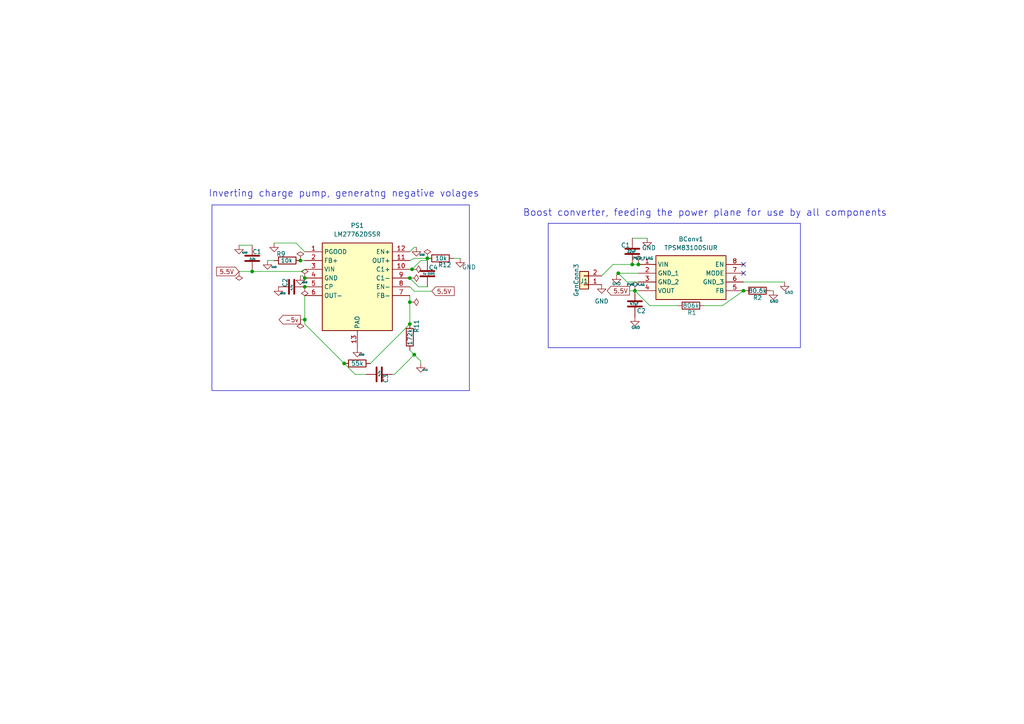
<source format=kicad_sch>
(kicad_sch (version 20230121) (generator eeschema)
  (paper "A4")
  (lib_symbols
    (symbol "21xt_symbols:TPSM83100SIUR"
      (property "Reference" "PS" (at 26.67 7.62 0))
      (property "Value" "TPSM83100SIUR" (at 26.67 5.08 0))
      (symbol "TPSM83100SIUR_1_1"
        (rectangle (start 5.08 2.54) (end 25.4 -10.16) (stroke (width 0.254)) (fill (type background)))
        (pin passive line (at 0 0 0) (length 5.08) (name "VIN") (number "1"))
        (pin passive line (at 0 -2.54 0) (length 5.08) (name "GND_1") (number "2"))
        (pin passive line (at 0 -5.08 0) (length 5.08) (name "GND_2") (number "3"))
        (pin passive line (at 0 -7.62 0) (length 5.08) (name "VOUT") (number "4"))
        (pin passive line (at 30.48 -7.62 180) (length 5.08) (name "FB") (number "5"))
        (pin passive line (at 30.48 -5.08 180) (length 5.08) (name "GND_3") (number "6"))
        (pin passive line (at 30.48 -2.54 180) (length 5.08) (name "MODE") (number "7"))
        (pin passive line (at 30.48 0 180) (length 5.08) (name "EN") (number "8"))
      )
    )
    (symbol "Connector_Generic:Conn_01x02" (pin_names (offset 1.016) hide)
      (property "Reference" "J" (at 0 2.54 0))
      (property "Value" "Conn_01x02" (at 0 -5.08 0))
      (symbol "Conn_01x02_1_1"
        (rectangle (start -1.27 -2.413) (end 0 -2.667) (stroke (width 0.1524)))
        (rectangle (start -1.27 0.127) (end 0 -0.127) (stroke (width 0.1524)))
        (rectangle (start -1.27 1.27) (end 1.27 -3.81) (stroke (width 0.254)) (fill (type background)))
        (pin passive line (at -5.08 0 0) (length 3.81) (name "Pin_1") (number "1"))
        (pin passive line (at -5.08 -2.54 0) (length 3.81) (name "Pin_2") (number "2"))
      )
    )
    (symbol "Device:C" (pin_numbers hide) (pin_names (offset 0.254))
      (property "Reference" "C" (at 0.635 2.54 0))
      (property "Value" "C" (at 0.635 -2.54 0))
      (symbol "C_0_1"
        (polyline (pts (xy -2.032 -0.762) (xy 2.032 -0.762)) (stroke (width 0.508)))
        (polyline (pts (xy -2.032 0.762) (xy 2.032 0.762)) (stroke (width 0.508)))
      )
      (symbol "C_1_1"
        (pin passive line (at 0 3.81 270) (length 2.794) (name "~") (number "1"))
        (pin passive line (at 0 -3.81 90) (length 2.794) (name "~") (number "2"))
      )
    )
    (symbol "Device:R" (pin_numbers hide) (pin_names (offset 0))
      (property "Reference" "R" (at 2.032 0 90))
      (property "Value" "R" (at 0 0 90))
      (symbol "R_0_1"
        (rectangle (start -1.016 -2.54) (end 1.016 2.54) (stroke (width 0.254)))
      )
      (symbol "R_1_1"
        (pin passive line (at 0 3.81 270) (length 1.27) (name "~") (number "1"))
        (pin passive line (at 0 -3.81 90) (length 1.27) (name "~") (number "2"))
      )
    )
    (symbol "LM27762DSSR:LM27762DSSR"
      (property "Reference" "PS" (at 26.67 7.62 0))
      (property "Value" "LM27762DSSR" (at 26.67 5.08 0))
      (symbol "LM27762DSSR_1_1"
        (rectangle (start 5.08 2.54) (end 25.4 -22.86) (stroke (width 0.254)) (fill (type background)))
        (pin output line (at 0 0 0) (length 5.08) (name "PGOOD") (number "1"))
        (pin power_in line (at 30.48 -5.08 180) (length 5.08) (name "C1+") (number "10"))
        (pin power_in line (at 30.48 -2.54 180) (length 5.08) (name "OUT+") (number "11"))
        (pin input line (at 30.48 0 180) (length 5.08) (name "EN+") (number "12"))
        (pin power_in line (at 15.24 -27.94 90) (length 5.08) (name "PAD") (number "13"))
        (pin power_in line (at 0 -2.54 0) (length 5.08) (name "FB+") (number "2"))
        (pin power_in line (at 0 -5.08 0) (length 5.08) (name "VIN") (number "3"))
        (pin power_in line (at 0 -7.62 0) (length 5.08) (name "GND") (number "4"))
        (pin power_in line (at 0 -10.16 0) (length 5.08) (name "CP") (number "5"))
        (pin power_in line (at 0 -12.7 0) (length 5.08) (name "OUT-") (number "6"))
        (pin power_in line (at 30.48 -12.7 180) (length 5.08) (name "FB-") (number "7"))
        (pin input line (at 30.48 -10.16 180) (length 5.08) (name "EN-") (number "8"))
        (pin power_in line (at 30.48 -7.62 180) (length 5.08) (name "C1-") (number "9"))
      )
    )
    (symbol "power:GND" (power) (pin_names (offset 0))
      (property "Value" "GND" (at 0 -3.81 0))
      (symbol "GND_0_1"
        (polyline (pts (xy 0 0) (xy 0 -1.27) (xy 1.27 -1.27) (xy 0 -2.54) (xy -1.27 -1.27) (xy 0 -1.27)))
      )
      (symbol "GND_1_1"
        (pin power_in line (at 0 0 270) (length 0) hide (name "GND") (number "1"))
      )
    )
    (symbol "power:PWR_FLAG" (power) (pin_numbers hide) (pin_names (offset 0) hide)
      (property "Value" "PWR_FLAG" (at 0 3.81 0))
      (symbol "PWR_FLAG_0_0"
        (pin power_out line (at 0 0 90) (length 0) (name "pwr") (number "1"))
      )
      (symbol "PWR_FLAG_0_1"
        (polyline (pts (xy 0 0) (xy 0 1.27) (xy -1.016 1.905) (xy 0 2.54) (xy 1.016 1.905) (xy 0 1.27)))
      )
    )
  )
  (junction (at 99.822 105.41))
  (junction (at 118.872 93.98))
  (junction (at 88.392 92.71))
  (junction (at 183.388 76.708))
  (junction (at 118.872 87.63))
  (junction (at 119.507 78.105))
  (junction (at 118.872 80.645))
  (junction (at 215.646 84.328))
  (junction (at 88.392 80.645))
  (junction (at 185.166 76.708))
  (junction (at 179.324 79.248))
  (junction (at 73.152 78.74))
  (junction (at 87.122 75.565))
  (junction (at 88.392 83.185))
  (junction (at 123.952 74.93))
  (junction (at 120.142 102.87))
  (junction (at 184.15 84.328))
  (no_connect (at 215.646 76.708))
  (no_connect (at 215.646 79.248))
  (wire (pts (xy 131.572 74.93) (xy 133.477 74.93)))
  (wire (pts (xy 88.392 92.71) (xy 88.392 93.98)))
  (wire (pts (xy 187.706 69.088) (xy 183.388 69.088)))
  (wire (pts (xy 123.952 75.565) (xy 122.047 75.565)))
  (wire (pts (xy 204.216 88.646) (xy 209.55 88.646)))
  (wire (pts (xy 88.392 85.725) (xy 88.392 92.71)))
  (wire (pts (xy 120.142 102.87) (xy 118.872 101.6)))
  (wire (pts (xy 106.172 108.585) (xy 102.997 108.585)))
  (wire (pts (xy 179.324 79.248) (xy 178.816 79.756)))
  (wire (pts (xy 118.872 85.725) (xy 118.872 87.63)))
  (wire (pts (xy 181.864 81.788) (xy 179.324 79.248)))
  (wire (pts (xy 73.152 78.74) (xy 87.757 78.74)))
  (wire (pts (xy 185.166 79.248) (xy 179.324 79.248)))
  (wire (pts (xy 184.15 84.328) (xy 185.166 84.328)))
  (wire (pts (xy 209.55 88.646) (xy 215.646 84.328)))
  (wire (pts (xy 113.792 108.585) (xy 114.427 108.585)))
  (wire (pts (xy 79.502 70.485) (xy 85.852 70.485)))
  (wire (pts (xy 120.142 71.755) (xy 118.872 73.025)))
  (wire (pts (xy 182.626 84.328) (xy 184.15 84.328)))
  (wire (pts (xy 87.122 92.71) (xy 88.392 92.71)))
  (wire (pts (xy 122.047 105.41) (xy 122.047 104.775)))
  (wire (pts (xy 69.342 78.74) (xy 73.152 78.74)))
  (wire (pts (xy 183.388 76.708) (xy 185.166 76.708)))
  (wire (pts (xy 99.822 105.41) (xy 102.997 108.585)))
  (wire (pts (xy 69.342 71.12) (xy 73.152 71.12)))
  (wire (pts (xy 120.142 84.455) (xy 118.872 83.185)))
  (wire (pts (xy 185.166 81.788) (xy 181.864 81.788)))
  (wire (pts (xy 123.952 74.93) (xy 120.142 74.93)))
  (wire (pts (xy 120.777 71.755) (xy 120.142 71.755)))
  (wire (pts (xy 121.412 83.185) (xy 118.872 80.645)))
  (wire (pts (xy 87.757 78.74) (xy 88.392 78.105)))
  (wire (pts (xy 188.468 88.646) (xy 184.15 84.328)))
  (wire (pts (xy 85.852 70.485) (xy 88.392 73.025)))
  (wire (pts (xy 114.427 108.585) (xy 120.142 102.87)))
  (wire (pts (xy 125.222 84.455) (xy 120.142 84.455)))
  (wire (pts (xy 87.122 80.01) (xy 87.757 80.01)))
  (wire (pts (xy 122.047 104.775) (xy 120.142 102.87)))
  (wire (pts (xy 121.412 83.185) (xy 123.952 83.185)))
  (wire (pts (xy 88.392 93.98) (xy 99.822 105.41)))
  (wire (pts (xy 188.468 88.646) (xy 196.596 88.646)))
  (wire (pts (xy 224.282 84.328) (xy 223.52 84.328)))
  (wire (pts (xy 183.388 76.708) (xy 177.8 76.708)))
  (wire (pts (xy 177.8 76.708) (xy 174.498 80.01)))
  (wire (pts (xy 87.122 75.565) (xy 88.392 75.565)))
  (wire (pts (xy 88.392 80.645) (xy 87.757 80.01)))
  (wire (pts (xy 122.047 75.565) (xy 119.507 78.105)))
  (wire (pts (xy 120.142 74.93) (xy 118.872 75.565)))
  (wire (pts (xy 227.584 81.788) (xy 215.646 81.788)))
  (wire (pts (xy 79.502 75.565) (xy 77.597 75.565)))
  (wire (pts (xy 118.872 93.98) (xy 107.442 105.41)))
  (wire (pts (xy 118.872 87.63) (xy 118.872 93.98)))
  (wire (pts (xy 215.9 84.328) (xy 215.646 84.328)))
  (wire (pts (xy 119.507 78.105) (xy 118.872 78.105)))
  (rectangle (start 159.004 64.77) (end 232.156 100.838))
  (rectangle (start 61.468 59.436) (end 136.144 113.284))
  (text "Boost converter, feeding the power plane for use by all components" (at 151.638 62.992 0) (effects (font (size 2 2)) (justify left bottom)))
  (text "Inverting charge pump, generatng negative volages\n" (at 60.452 57.404 0) (effects (font (size 2 2)) (justify left bottom)))
  (global_label "5.5V" (shape output) (at 182.626 84.328 180) (property "Intersheetrefs" "${INTERSHEET_REFS}" (effects hide)))
  (global_label "5.5V" (shape input) (at 69.342 78.74 180) (property "Intersheetrefs" "${INTERSHEET_REFS}" (effects hide)))
  (global_label "5.5V" (shape input) (at 125.222 84.455 0) (property "Intersheetrefs" "${INTERSHEET_REFS}" (effects hide)))
  (global_label "-5v" (shape output) (at 87.122 92.71 180) (property "Intersheetrefs" "${INTERSHEET_REFS}" (effects hide)))
  (symbol (lib_id "power:GND") (at 120.777 71.755 0) (unit 1)
    (property "Reference" "#PWR022" (effects hide))
    (property "Value" "GND" (at 122.428 73.914 0) (effects (font (size 0.5 0.5))))
    (instances (project "wsg2.0" (path "" (reference "#PWR022") (unit 1)) (path "" (reference "#PWR041") (unit 1))) (project "Untitled" (path "" (reference "#PWR08") (unit 1))))
  )
  (symbol (lib_id "Device:R") (at 118.872 97.79 0) (unit 1)
    (property "Reference" "R11" (at 120.777 94.615 90))
    (property "Value" "172k" (at 118.872 97.79 90))
    (property "Footprint" "Resistor_SMD:R_0603_1608Metric" (effects hide))
    (instances (project "wsg2.0" (path "" (reference "R11") (unit 1)) (path "" (reference "R15") (unit 1))) (project "Untitled" (path "" (reference "R5") (unit 1))))
  )
  (symbol (lib_id "Device:C") (at 84.582 83.185 270) (unit 1)
    (property "Reference" "C2" (at 82.677 80.645 0) (effects (justify left)))
    (property "Value" "4.7u" (at 84.582 82.55 0) (effects (font (size 0.5 0.5)) (justify left)))
    (property "Footprint" "Resistor_SMD:R_0402_1005Metric" (effects hide))
    (instances (project "wsg2.0" (path "" (reference "C2") (unit 1)) (path "" (reference "C16") (unit 1))) (project "Untitled" (path "" (reference "C3") (unit 1))))
  )
  (symbol (lib_id "Device:R") (at 103.632 105.41 90) (unit 1)
    (property "Reference" "R10" (effects hide))
    (property "Value" "55k" (at 103.632 105.41 90))
    (property "Footprint" "Resistor_SMD:R_0402_1005Metric_Pad0.72x0.64mm_HandSolder" (effects hide))
    (instances (project "wsg2.0" (path "" (reference "R10") (unit 1)) (path "" (reference "R14") (unit 1))) (project "Untitled" (path "" (reference "R4") (unit 1))))
  )
  (symbol (lib_id "power:PWR_FLAG") (at 88.392 80.645 0) (unit 1)
    (property "Reference" "#FLG014" (effects hide))
    (property "Value" "PWR_FLAG" (effects hide))
    (instances (project "wsg2.0" (path "" (reference "#FLG014") (unit 1)) (path "" (reference "#FLG023") (unit 1))) (project "Untitled" (path "" (reference "#FLG07") (unit 1))))
  )
  (symbol (lib_id "power:GND") (at 103.632 100.965 0) (unit 1)
    (property "Reference" "#PWR017" (effects hide))
    (property "Value" "GND" (at 104.902 102.87 0) (effects (font (size 0.5 0.5))))
    (instances (project "wsg2.0" (path "" (reference "#PWR017") (unit 1)) (path "" (reference "#PWR040") (unit 1))) (project "Untitled" (path "" (reference "#PWR011") (unit 1))))
  )
  (symbol (lib_id "Device:C") (at 109.982 108.585 90) (unit 1)
    (property "Reference" "C3" (at 111.887 111.125 0) (effects (justify left)))
    (property "Value" "4.7u" (at 109.982 109.22 0) (effects (font (size 0.5 0.5)) (justify left)))
    (property "Footprint" "Resistor_SMD:R_0402_1005Metric" (effects hide))
    (instances (project "wsg2.0" (path "" (reference "C3") (unit 1)) (path "" (reference "C17") (unit 1))) (project "Untitled" (path "" (reference "C6") (unit 1))))
  )
  (symbol (lib_id "power:PWR_FLAG") (at 118.872 80.645 270) (unit 1)
    (property "Reference" "#FLG016" (effects hide))
    (property "Value" "PWR_FLAG" (effects hide))
    (instances (project "wsg2.0" (path "" (reference "#FLG016") (unit 1)) (path "" (reference "#FLG025") (unit 1))) (project "Untitled" (path "" (reference "#FLG09") (unit 1))))
  )
  (symbol (lib_id "power:PWR_FLAG") (at 185.166 76.708 0) (unit 1)
    (property "Reference" "#FLG01" (effects hide))
    (property "Value" "PWR_FLAG" (at 186.436 74.93 0) (effects (font (size 0.8 0.8))))
    (instances (project "wsg1.0" (path "" (reference "#FLG01") (unit 1))) (project "wsg2.0" (path "" (reference "#FLG08") (unit 1)) (path "" (reference "#FLG030") (unit 1))))
  )
  (symbol (lib_id "power:PWR_FLAG") (at 123.952 74.93 0) (unit 1)
    (property "Reference" "#FLG019" (effects hide))
    (property "Value" "PWR_FLAG" (effects hide))
    (instances (project "wsg2.0" (path "" (reference "#FLG019") (unit 1)) (path "" (reference "#FLG028") (unit 1))) (project "Untitled" (path "" (reference "#FLG02") (unit 1))))
  )
  (symbol (lib_id "power:PWR_FLAG") (at 69.342 78.74 180) (unit 1)
    (property "Reference" "#FLG06" (effects hide))
    (property "Value" "PWR_FLAG" (effects hide))
    (instances (project "wsg2.0" (path "" (reference "#FLG06") (unit 1)) (path "" (reference "#FLG020") (unit 1))) (project "Untitled" (path "" (reference "#FLG01") (unit 1))))
  )
  (symbol (lib_id "power:GND") (at 69.342 71.12 0) (unit 1)
    (property "Reference" "#PWR04" (effects hide))
    (property "Value" "GND" (at 70.993 73.279 0) (effects (font (size 0.5 0.5))))
    (instances (project "wsg2.0" (path "" (reference "#PWR04") (unit 1)) (path "" (reference "#PWR032") (unit 1))) (project "Untitled" (path "" (reference "#PWR07") (unit 1))))
  )
  (symbol (lib_id "21xt_symbols:TPSM83100SIUR") (at 185.166 76.708 0) (unit 1)
    (property "Reference" "BConv1" (at 200.406 69.342 0))
    (property "Value" "TPSM83100SIUR" (at 200.406 71.882 0))
    (property "Footprint" "21xt_footprints:TPSM83100SIUR" (effects hide))
    (property "Datasheet" "https://www.ti.com/lit/ds/symlink/tpsm83100.pdf?ts=1694232852590&ref_url=https%253A%252F%252Fwww.ti.com%252Fproduct%252FTPSM83100%252Fpart-details%252FTPSM83100SIUR" (effects hide))
    (property "Height" "1.2" (effects hide))
    (property "Mouser Part Number" "595-TPSM83100SIUR" (effects hide))
    (property "Mouser Price/Stock" "https://www.mouser.co.uk/ProductDetail/Texas-Instruments/TPSM83100SIUR?qs=17ckDYBRdembJwsYYPsw7Q%3D%3D" (effects hide))
    (property "Manufacturer_Name" "Texas Instruments" (effects hide))
    (property "Manufacturer_Part_Number" "TPSM83100SIUR" (effects hide))
    (instances (project "wsg1.0" (path "" (reference "BConv1") (unit 1))) (project "wsg2.0" (path "" (reference "BConv1") (unit 1)) (path "" (reference "BConv2") (unit 1))))
  )
  (symbol (lib_id "power:GND") (at 80.772 83.185 0) (unit 1)
    (property "Reference" "#PWR09" (effects hide))
    (property "Value" "GND" (at 82.042 85.09 0) (effects (font (size 0.5 0.5))))
    (instances (project "wsg2.0" (path "" (reference "#PWR09") (unit 1)) (path "" (reference "#PWR038") (unit 1))) (project "Untitled" (path "" (reference "#PWR04") (unit 1))))
  )
  (symbol (lib_id "power:GND") (at 77.597 75.565 0) (unit 1)
    (property "Reference" "#PWR05" (effects hide))
    (property "Value" "GND" (at 79.502 77.47 0) (effects (font (size 0.5 0.5))))
    (instances (project "wsg2.0" (path "" (reference "#PWR05") (unit 1)) (path "" (reference "#PWR036") (unit 1))) (project "Untitled" (path "" (reference "#PWR06") (unit 1))))
  )
  (symbol (lib_id "power:PWR_FLAG") (at 88.392 83.185 180) (unit 1)
    (property "Reference" "#FLG015" (effects hide))
    (property "Value" "PWR_FLAG" (effects hide))
    (instances (project "wsg2.0" (path "" (reference "#FLG015") (unit 1)) (path "" (reference "#FLG024") (unit 1))) (project "Untitled" (path "" (reference "#FLG08") (unit 1))))
  )
  (symbol (lib_id "power:GND") (at 174.498 82.55 0) (unit 1)
    (property "Reference" "#PWR01" (effects hide))
    (property "Value" "GND" (at 174.498 87.376 0))
    (instances (project "wsg1.0" (path "" (reference "#PWR01") (unit 1))) (project "wsg2.0" (path "" (reference "#PWR013") (unit 1)) (path "" (reference "#PWR044") (unit 1))))
  )
  (symbol (lib_id "power:GND") (at 187.706 69.088 0) (unit 1)
    (property "Reference" "#PWR05" (effects hide))
    (property "Value" "GND" (at 188.214 71.882 0))
    (instances (project "wsg1.0" (path "" (reference "#PWR05") (unit 1))) (project "wsg2.0" (path "" (reference "#PWR018") (unit 1)) (path "" (reference "#PWR047") (unit 1))))
  )
  (symbol (lib_id "power:PWR_FLAG") (at 119.507 78.105 270) (unit 1)
    (property "Reference" "#FLG018" (effects hide))
    (property "Value" "PWR_FLAG" (effects hide))
    (instances (project "wsg2.0" (path "" (reference "#FLG018") (unit 1)) (path "" (reference "#FLG027") (unit 1))) (project "Untitled" (path "" (reference "#FLG03") (unit 1))))
  )
  (symbol (lib_id "Device:C") (at 183.388 72.898 0) (unit 1)
    (property "Reference" "C1" (at 180.086 71.12 0) (effects (justify left)))
    (property "Value" "22uF" (at 181.864 72.898 0) (effects (font (size 0.7 0.7)) (justify left)))
    (property "Footprint" "Capacitor_SMD:C_0603_1608Metric" (effects hide))
    (instances (project "wsg1.0" (path "" (reference "C1") (unit 1))) (project "wsg2.0" (path "" (reference "C6") (unit 1)) (path "" (reference "C19") (unit 1))))
  )
  (symbol (lib_id "power:GND") (at 87.122 80.01 0) (unit 1)
    (property "Reference" "#PWR010" (effects hide))
    (property "Value" "GND" (at 88.392 81.915 0) (effects (font (size 0.5 0.5))))
    (instances (project "wsg2.0" (path "" (reference "#PWR010") (unit 1)) (path "" (reference "#PWR039") (unit 1))) (project "Untitled" (path "" (reference "#PWR09") (unit 1))))
  )
  (symbol (lib_id "Device:R") (at 219.71 84.328 90) (unit 1)
    (property "Reference" "R2" (at 219.71 86.36 90))
    (property "Value" "80.6k" (at 219.71 84.328 90))
    (property "Footprint" "Resistor_SMD:R_0603_1608Metric" (effects hide))
    (instances (project "wsg1.0" (path "" (reference "R2") (unit 1))) (project "wsg2.0" (path "" (reference "R6") (unit 1)) (path "" (reference "R18") (unit 1))))
  )
  (symbol (lib_id "power:GND") (at 133.477 74.93 0) (unit 1)
    (property "Reference" "#PWR031" (effects hide))
    (property "Value" "GND" (at 136.017 77.47 0))
    (instances (project "wsg2.0" (path "" (reference "#PWR031") (unit 1)) (path "" (reference "#PWR043") (unit 1))) (project "Untitled" (path "" (reference "#PWR05") (unit 1))))
  )
  (symbol (lib_id "LM27762DSSR:LM27762DSSR") (at 88.392 73.025 0) (unit 1)
    (property "Reference" "PS1" (at 103.632 65.405 0))
    (property "Value" "LM27762DSSR" (at 103.632 67.945 0))
    (property "Footprint" "21xt_footprints:LM27762DSST" (effects hide))
    (property "Datasheet" "https://www.ti.com/lit/ds/symlink/lm27762.pdf" (effects hide))
    (property "Height" "0.8" (effects hide))
    (property "Mouser Part Number" "595-LM27762DSSR" (effects hide))
    (property "Mouser Price/Stock" "https://www.mouser.co.uk/ProductDetail/Texas-Instruments/LM27762DSSR?qs=vcbl%252BK4rRlfEJcC9xQ80sA%3D%3D" (effects hide))
    (property "Manufacturer_Name" "Texas Instruments" (effects hide))
    (property "Manufacturer_Part_Number" "LM27762DSSR" (effects hide))
    (instances (project "wsg2.0" (path "" (reference "PS1") (unit 1)) (path "" (reference "PS2") (unit 1))) (project "Untitled" (path "" (reference "PS1") (unit 1))))
  )
  (symbol (lib_id "power:GND") (at 224.282 84.328 0) (unit 1)
    (property "Reference" "#PWR02" (effects hide))
    (property "Value" "GND" (at 224.536 87.376 0) (effects (font (size 0.8 0.8))))
    (instances (project "wsg1.0" (path "" (reference "#PWR02") (unit 1))) (project "wsg2.0" (path "" (reference "#PWR023") (unit 1)) (path "" (reference "#PWR048") (unit 1))))
  )
  (symbol (lib_id "power:PWR_FLAG") (at 87.122 75.565 0) (unit 1)
    (property "Reference" "#FLG012" (effects hide))
    (property "Value" "PWR_FLAG" (effects hide))
    (instances (project "wsg2.0" (path "" (reference "#FLG012") (unit 1)) (path "" (reference "#FLG021") (unit 1))) (project "Untitled" (path "" (reference "#FLG05") (unit 1))))
  )
  (symbol (lib_id "power:PWR_FLAG") (at 184.15 84.328 0) (unit 1)
    (property "Reference" "#FLG03" (effects hide))
    (property "Value" "PWR_FLAG" (at 184.404 82.55 0) (effects (font (size 0.7 0.7))))
    (instances (project "wsg1.0" (path "" (reference "#FLG03") (unit 1))) (project "wsg2.0" (path "" (reference "#FLG07") (unit 1)) (path "" (reference "#FLG029") (unit 1))))
  )
  (symbol (lib_id "power:PWR_FLAG") (at 118.872 87.63 270) (unit 1)
    (property "Reference" "#FLG017" (effects hide))
    (property "Value" "PWR_FLAG" (effects hide))
    (instances (project "wsg2.0" (path "" (reference "#FLG017") (unit 1)) (path "" (reference "#FLG026") (unit 1))) (project "Untitled" (path "" (reference "#FLG04") (unit 1))))
  )
  (symbol (lib_id "power:GND") (at 79.502 70.485 0) (unit 1)
    (property "Reference" "#PWR06" (effects hide))
    (property "Value" "GND" (effects hide))
    (instances (project "wsg2.0" (path "" (reference "#PWR06") (unit 1)) (path "" (reference "#PWR037") (unit 1))) (project "Untitled" (path "" (reference "#PWR01") (unit 1))))
  )
  (symbol (lib_id "power:GND") (at 184.15 91.948 0) (unit 1)
    (property "Reference" "#PWR06" (effects hide))
    (property "Value" "GND" (at 184.404 94.996 0) (effects (font (size 0.8 0.8))))
    (instances (project "wsg1.0" (path "" (reference "#PWR06") (unit 1))) (project "wsg2.0" (path "" (reference "#PWR016") (unit 1)) (path "" (reference "#PWR046") (unit 1))))
  )
  (symbol (lib_id "Connector_Generic:Conn_01x02") (at 169.418 82.55 180) (unit 1)
    (property "Reference" "J1" (at 169.418 81.534 0))
    (property "Value" "GenConn3" (at 167.132 81.28 90))
    (property "Footprint" "21xt_footprints:MOLEX_2pinSMD" (effects hide))
    (instances (project "wsg1.0" (path "" (reference "J1") (unit 1))) (project "wsg2.0" (path "" (reference "J3") (unit 1)) (path "" (reference "J4") (unit 1))))
  )
  (symbol (lib_id "power:GND") (at 122.047 105.41 0) (unit 1)
    (property "Reference" "#PWR030" (effects hide))
    (property "Value" "GND" (at 123.317 107.315 0) (effects (font (size 0.5 0.5))))
    (instances (project "wsg2.0" (path "" (reference "#PWR030") (unit 1)) (path "" (reference "#PWR042") (unit 1))) (project "Untitled" (path "" (reference "#PWR010") (unit 1))))
  )
  (symbol (lib_id "Device:R") (at 83.312 75.565 270) (unit 1)
    (property "Reference" "R9" (at 80.137 73.66 90) (effects (justify left)))
    (property "Value" "10k" (at 81.407 75.565 90) (effects (font (size 1.2 1.2)) (justify left)))
    (property "Footprint" "Resistor_SMD:R_0402_1005Metric_Pad0.72x0.64mm_HandSolder" (effects hide))
    (instances (project "wsg2.0" (path "" (reference "R9") (unit 1)) (path "" (reference "R13") (unit 1))) (project "Untitled" (path "" (reference "R2") (unit 1))))
  )
  (symbol (lib_id "Device:C") (at 123.952 79.375 0) (unit 1)
    (property "Reference" "C4" (at 124.333 77.597 0) (effects (justify left)))
    (property "Value" "1u (10V)" (at 122.682 79.375 0) (effects (font (size 0.5 0.5)) (justify left)))
    (property "Footprint" "Resistor_SMD:R_0402_1005Metric" (effects hide))
    (instances (project "wsg2.0" (path "" (reference "C4") (unit 1)) (path "" (reference "C18") (unit 1))) (project "Untitled" (path "" (reference "C5") (unit 1))))
  )
  (symbol (lib_id "power:GND") (at 178.816 79.756 0) (unit 1)
    (property "Reference" "#PWR03" (effects hide))
    (property "Value" "GND" (at 178.816 82.296 0) (effects (font (size 0.8 0.8))))
    (instances (project "wsg1.0" (path "" (reference "#PWR03") (unit 1))) (project "wsg2.0" (path "" (reference "#PWR014") (unit 1)) (path "" (reference "#PWR045") (unit 1))))
  )
  (symbol (lib_id "Device:R") (at 200.406 88.646 90) (unit 1)
    (property "Reference" "R1" (at 200.66 90.678 90))
    (property "Value" "806k" (at 200.406 88.646 90))
    (property "Footprint" "Resistor_SMD:R_0805_2012Metric" (effects hide))
    (instances (project "wsg1.0" (path "" (reference "R1") (unit 1))) (project "wsg2.0" (path "" (reference "R5") (unit 1)) (path "" (reference "R17") (unit 1))))
  )
  (symbol (lib_id "Device:R") (at 127.762 74.93 90) (unit 1)
    (property "Reference" "R12" (at 130.937 76.835 90) (effects (justify left)))
    (property "Value" "10k" (at 129.667 74.93 90) (effects (font (size 1.2 1.2)) (justify left)))
    (property "Footprint" "Resistor_SMD:R_0402_1005Metric_Pad0.72x0.64mm_HandSolder" (effects hide))
    (instances (project "wsg2.0" (path "" (reference "R12") (unit 1)) (path "" (reference "R16") (unit 1))) (project "Untitled" (path "" (reference "R3") (unit 1))))
  )
  (symbol (lib_id "Device:C") (at 184.15 88.138 0) (unit 1)
    (property "Reference" "C2" (at 184.658 90.17 0) (effects (justify left)))
    (property "Value" "47uF" (at 182.626 88.138 0) (effects (font (size 0.7 0.7)) (justify left)))
    (property "Footprint" "Capacitor_SMD:C_0603_1608Metric" (effects hide))
    (instances (project "wsg1.0" (path "" (reference "C2") (unit 1))) (project "wsg2.0" (path "" (reference "C7") (unit 1)) (path "" (reference "C20") (unit 1))))
  )
  (symbol (lib_id "power:PWR_FLAG") (at 87.122 92.71 180) (unit 1)
    (property "Reference" "#FLG013" (effects hide))
    (property "Value" "PWR_FLAG" (effects hide))
    (instances (project "wsg2.0" (path "" (reference "#FLG013") (unit 1)) (path "" (reference "#FLG022") (unit 1))) (project "Untitled" (path "" (reference "#FLG06") (unit 1))))
  )
  (symbol (lib_id "power:GND") (at 227.584 81.788 0) (unit 1)
    (property "Reference" "#PWR04" (effects hide))
    (property "Value" "GND" (at 228.854 84.836 0) (effects (font (size 0.8 0.8))))
    (instances (project "wsg1.0" (path "" (reference "#PWR04") (unit 1))) (project "wsg2.0" (path "" (reference "#PWR024") (unit 1)) (path "" (reference "#PWR049") (unit 1))))
  )
  (symbol (lib_id "Device:C") (at 73.152 74.93 0) (unit 1)
    (property "Reference" "C1" (at 73.152 73.025 0) (effects (justify left)))
    (property "Value" "2.2u" (at 72.39 75.057 0) (effects (font (size 0.5 0.5)) (justify left)))
    (property "Footprint" "Resistor_SMD:R_0402_1005Metric" (effects hide))
    (instances (project "wsg2.0" (path "" (reference "C1") (unit 1)) (path "" (reference "C15") (unit 1))) (project "Untitled" (path "" (reference "C4") (unit 1))))
  )
)
</source>
